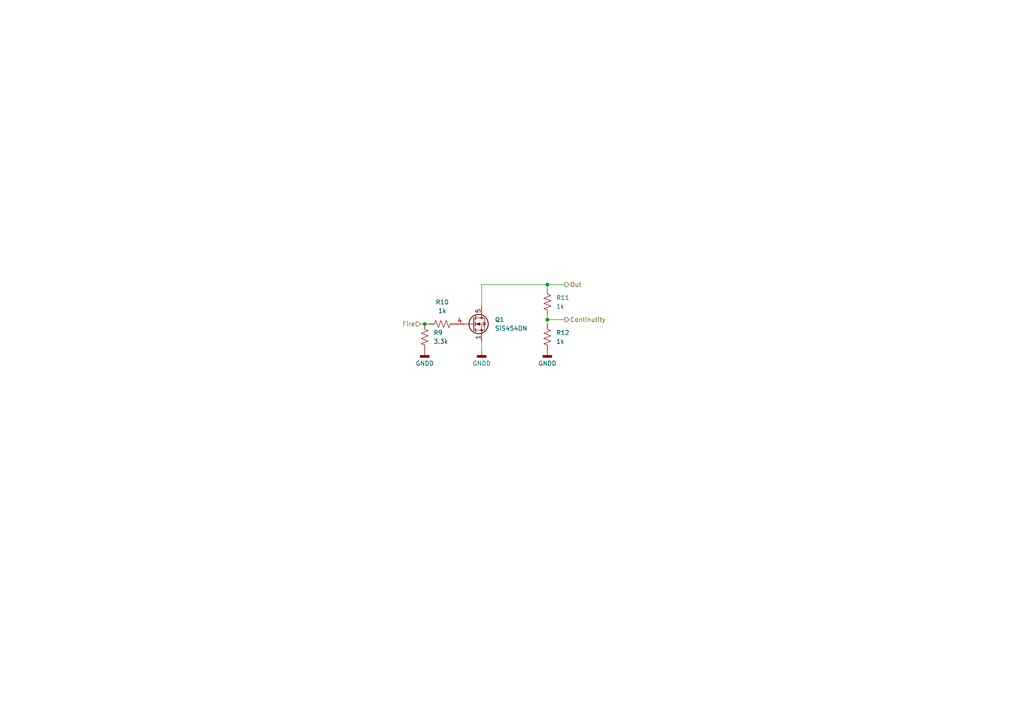
<source format=kicad_sch>
(kicad_sch (version 20250114) (generator "eeschema") (generator_version "9.0")
  (paper "A4")
  (title_block (date "2025-04-10") (company "Rowan Rocketry"))
  (lib_symbols
    (symbol "Device:R_US" (pin_numbers (hide yes)) (pin_names (offset 0))
      (property "Reference" "R" (at 2.54 0 90))
      (property "Value" "R_US" (at -2.54 0 90))
      (symbol "R_US_0_1"
        (polyline (pts (xy 0 2.286) (xy 0 2.54)))
        (polyline (pts (xy 0 2.286) (xy 1.016 1.905) (xy 0 1.524) (xy -1.016 1.143) (xy 0 0.762)))
        (polyline (pts (xy 0 0.762) (xy 1.016 0.381) (xy 0 0) (xy -1.016 -0.381) (xy 0 -0.762)))
        (polyline (pts (xy 0 -0.762) (xy 1.016 -1.143) (xy 0 -1.524) (xy -1.016 -1.905) (xy 0 -2.286)))
        (polyline (pts (xy 0 -2.286) (xy 0 -2.54)))
      )
      (symbol "R_US_1_1"
        (pin passive line (at 0 3.81 270) (length 1.27) (name "~") (number "1"))
        (pin passive line (at 0 -3.81 90) (length 1.27) (name "~") (number "2"))
      )
    )
    (symbol "Transistor_FET:SiS454DN" (pin_names (hide yes))
      (property "Reference" "Q" (at 5.08 1.905 0))
      (property "Value" "SiS454DN" (at 5.08 0 0))
      (symbol "SiS454DN_0_1"
        (polyline (pts (xy 0.254 1.905) (xy 0.254 -1.905)) (stroke (width 0.254)))
        (polyline (pts (xy 0.254 0) (xy -2.54 0)))
        (polyline (pts (xy 0.762 2.286) (xy 0.762 1.27)) (stroke (width 0.254)))
        (polyline (pts (xy 0.762 0.508) (xy 0.762 -0.508)) (stroke (width 0.254)))
        (polyline (pts (xy 0.762 -1.27) (xy 0.762 -2.286)) (stroke (width 0.254)))
        (polyline (pts (xy 0.762 -1.778) (xy 3.302 -1.778) (xy 3.302 1.778) (xy 0.762 1.778)))
        (polyline (pts (xy 1.016 0) (xy 2.032 0.381) (xy 2.032 -0.381) (xy 1.016 0)) (fill (type outline)))
        (circle (center 1.651 0) (radius 2.794) (stroke (width 0.254)))
        (polyline (pts (xy 2.54 2.54) (xy 2.54 1.778)))
        (circle (center 2.54 1.778) (radius 0.254) (fill (type outline)))
        (circle (center 2.54 -1.778) (radius 0.254) (fill (type outline)))
        (polyline (pts (xy 2.54 -2.54) (xy 2.54 0) (xy 0.762 0)))
        (polyline (pts (xy 2.794 0.508) (xy 2.921 0.381) (xy 3.683 0.381) (xy 3.81 0.254)))
        (polyline (pts (xy 3.302 0.381) (xy 2.921 -0.254) (xy 3.683 -0.254) (xy 3.302 0.381)))
      )
      (symbol "SiS454DN_1_1"
        (pin input line (at -5.08 0 0) (length 2.54) (name "G") (number "4"))
        (pin passive line (at 2.54 5.08 270) (length 2.54) (name "D") (number "5"))
        (pin passive line (at 2.54 -5.08 90) (length 2.54) (name "S") (number "1"))
        (pin passive line (at 2.54 -5.08 90) (length 2.54) (hide yes) (name "S") (number "2"))
        (pin passive line (at 2.54 -5.08 90) (length 2.54) (hide yes) (name "S") (number "3"))
      )
    )
    (symbol "power:GNDD" (power) (pin_numbers (hide yes)) (pin_names (offset 0) (hide yes))
      (property "Value" "GNDD" (at 0 -3.175 0))
      (symbol "GNDD_0_1"
        (rectangle (start -1.27 -1.524) (end 1.27 -2.032) (stroke (width 0.254)) (fill (type outline)))
        (polyline (pts (xy 0 0) (xy 0 -1.524)))
      )
      (symbol "GNDD_1_1"
        (pin power_in line (at 0 0 270) (length 0) (name "~") (number "1"))
      )
    )
  )
  (junction (at 158.75 92.71))
  (junction (at 123.19 93.98))
  (junction (at 158.75 82.55))
  (wire (pts (xy 158.75 82.55) (xy 163.83 82.55)))
  (wire (pts (xy 158.75 82.55) (xy 158.75 83.82)))
  (wire (pts (xy 158.75 91.44) (xy 158.75 92.71)))
  (wire (pts (xy 139.7 88.9) (xy 139.7 82.55)))
  (wire (pts (xy 163.83 92.71) (xy 158.75 92.71)))
  (wire (pts (xy 158.75 92.71) (xy 158.75 93.98)))
  (wire (pts (xy 139.7 82.55) (xy 158.75 82.55)))
  (wire (pts (xy 139.7 101.6) (xy 139.7 99.06)))
  (wire (pts (xy 124.46 93.98) (xy 123.19 93.98)))
  (wire (pts (xy 121.92 93.98) (xy 123.19 93.98)))
  (hierarchical_label "Fire" (shape input) (at 121.92 93.98 180))
  (hierarchical_label "Continutity" (shape output) (at 163.83 92.71 0))
  (hierarchical_label "Out" (shape output) (at 163.83 82.55 0))
  (symbol (lib_id "Device:R_US") (at 123.19 97.79 180) (unit 1)
    (property "Reference" "R9" (at 125.73 96.5199 0) (effects (justify right)))
    (property "Value" "3.3k" (at 125.73 99.0599 0) (effects (justify right)))
    (property "Footprint" "Resistor_SMD:R_0603_1608Metric_Pad0.98x0.95mm_HandSolder" (effects (hide yes)))
    (property "Description" "Resistor, US symbol" (effects (hide yes)))
    (instances (project "control-module" (path "" (reference "R9") (unit 1)) (path "" (reference "R17") (unit 1)) (path "" (reference "R13") (unit 1))))
  )
  (symbol (lib_id "power:GNDD") (at 139.7 101.6 0) (unit 1)
    (property "Reference" "#PWR048" (effects (hide yes)))
    (property "Value" "GNDD" (at 139.7 105.41 0))
    (property "Description" "Power symbol creates a global label with name \"GNDD\" , digital ground" (effects (hide yes)))
    (instances (project "control-module" (path "" (reference "#PWR048") (unit 1)) (path "" (reference "#PWR067") (unit 1)) (path "" (reference "#PWR055") (unit 1))))
  )
  (symbol (lib_id "Device:R_US") (at 158.75 97.79 180) (unit 1)
    (property "Reference" "R12" (at 161.29 96.5199 0) (effects (justify right)))
    (property "Value" "1k" (at 161.29 99.0599 0) (effects (justify right)))
    (property "Footprint" "Resistor_SMD:R_0603_1608Metric_Pad0.98x0.95mm_HandSolder" (effects (hide yes)))
    (property "Description" "Resistor, US symbol" (effects (hide yes)))
    (instances (project "control-module" (path "" (reference "R12") (unit 1)) (path "" (reference "R20") (unit 1)) (path "" (reference "R16") (unit 1))))
  )
  (symbol (lib_id "power:GNDD") (at 158.75 101.6 0) (unit 1)
    (property "Reference" "#PWR049" (effects (hide yes)))
    (property "Value" "GNDD" (at 158.75 105.41 0))
    (property "Description" "Power symbol creates a global label with name \"GNDD\" , digital ground" (effects (hide yes)))
    (instances (project "control-module" (path "" (reference "#PWR049") (unit 1)) (path "" (reference "#PWR068") (unit 1)) (path "" (reference "#PWR056") (unit 1))))
  )
  (symbol (lib_id "power:GNDD") (at 123.19 101.6 0) (unit 1)
    (property "Reference" "#PWR047" (effects (hide yes)))
    (property "Value" "GNDD" (at 123.19 105.41 0))
    (property "Description" "Power symbol creates a global label with name \"GNDD\" , digital ground" (effects (hide yes)))
    (instances (project "control-module" (path "" (reference "#PWR047") (unit 1)) (path "" (reference "#PWR066") (unit 1)) (path "" (reference "#PWR054") (unit 1))))
  )
  (symbol (lib_id "Device:R_US") (at 128.27 93.98 90) (unit 1)
    (property "Reference" "R10" (at 128.27 87.63 90))
    (property "Value" "1k" (at 128.27 90.17 90))
    (property "Footprint" "Resistor_SMD:R_0603_1608Metric_Pad0.98x0.95mm_HandSolder" (effects (hide yes)))
    (property "Description" "Resistor, US symbol" (effects (hide yes)))
    (instances (project "control-module" (path "" (reference "R10") (unit 1)) (path "" (reference "R18") (unit 1)) (path "" (reference "R14") (unit 1))))
  )
  (symbol (lib_id "Transistor_FET:SiS454DN") (at 137.16 93.98 0) (unit 1)
    (property "Reference" "Q1" (at 143.51 92.7099 0) (effects (justify left)))
    (property "Value" "SiS454DN" (at 143.51 95.2499 0) (effects (justify left)))
    (property "Footprint" "Package_SO:Vishay_PowerPAK_1212-8_Single" (effects (hide yes)))
    (property "Datasheet" "https://www.vishay.com/docs/66707/sis454dn.pdf" (effects (hide yes)))
    (property "Description" "35A Id, 20V Vds, N-Channel MOSFET, PowerPAK 1212-8 Single" (effects (hide yes)))
    (instances (project "control-module" (path "" (reference "Q1") (unit 1)) (path "" (reference "Q3") (unit 1)) (path "" (reference "Q2") (unit 1))))
  )
  (symbol (lib_id "Device:R_US") (at 158.75 87.63 180) (unit 1)
    (property "Reference" "R11" (at 161.29 86.3599 0) (effects (justify right)))
    (property "Value" "1k" (at 161.29 88.8999 0) (effects (justify right)))
    (property "Footprint" "Resistor_SMD:R_0603_1608Metric_Pad0.98x0.95mm_HandSolder" (effects (hide yes)))
    (property "Description" "Resistor, US symbol" (effects (hide yes)))
    (instances (project "control-module" (path "" (reference "R11") (unit 1)) (path "" (reference "R19") (unit 1)) (path "" (reference "R15") (unit 1))))
  )
)
</source>
